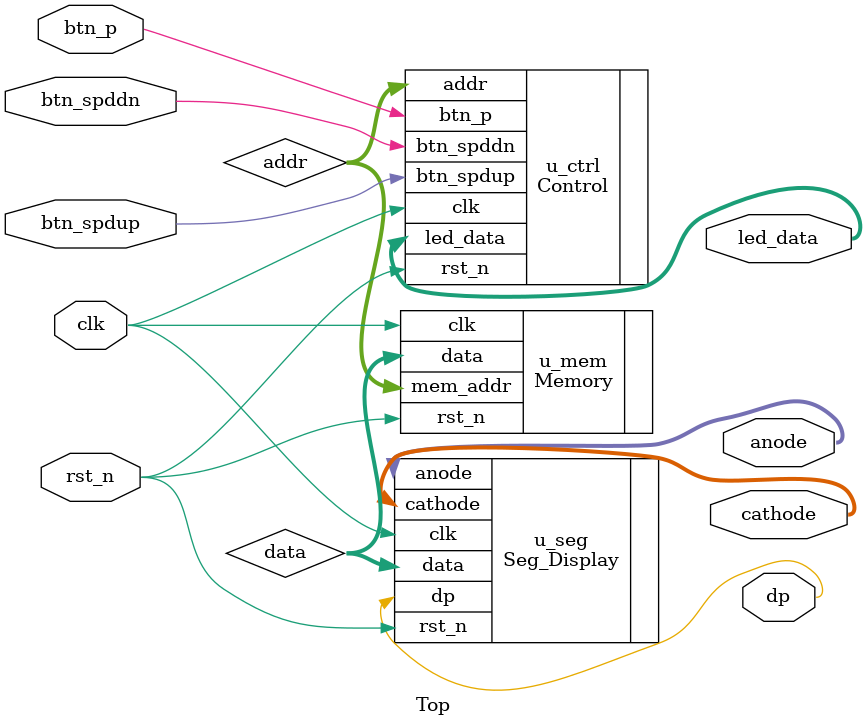
<source format=v>
`include "Lab1/src/Control.v"
`include "Lab1/src/Memory.v"
`include "Lab1/src/Seg_Display.v"

module Top (
    input clk, // input clk (frequency 100 Mhz)
    input rst_n, // input rst

    input btn_p, // pause button
    input btn_spdup, // speed up button
    input btn_spddn, // speed down button
    
    output [7:0] anode, // anodes for 7 segment
    output [6:0] cathode, // cathodes for 7 segment
    output dp, // dot point for 7 segment
    output [7:0] led_data // output addr by led
);

wire [7:0] addr;
wire [31:0] data;

Control u_ctrl (
    .clk(clk),
    .rst_n(rst_n), 
    .btn_p(btn_p), 
    .btn_spdup(btn_spdup), 
    .btn_spddn(btn_spddn), 
    .addr(addr), 
    .led_data(led_data)
);

Memory u_mem(
	.clk(clk),
	.rst_n(rst_n),
	.mem_addr(addr),
	.data(data)
);

Seg_Display u_seg (
    .clk(clk),
    .rst_n(rst_n),
    .data(data),
    .anode(anode),
    .cathode(cathode),
    .dp(dp)
);
    
endmodule
</source>
